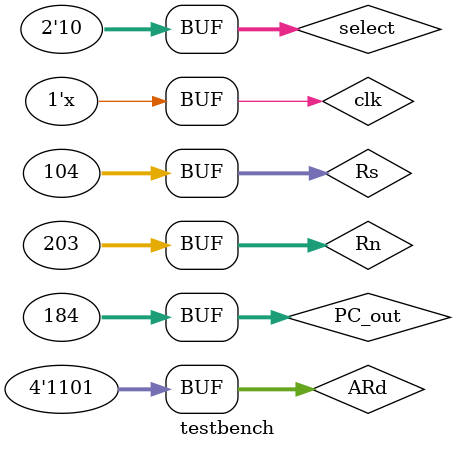
<source format=sv>
module testbench();

logic clk;
logic [31:0] Rn;
logic [31:0] Rs;
logic [31:0] PC_out;
logic [1:0] select;
logic [31:0] out [0:2];
logic [3:0] ARd;

src1mux src1mux_test(Rn, Rs, PC_out, select, out[0]);
X_mux X_mux_test(Rn, Rs, select, out[1]);
Y_mux Y_mux_test(ARd, select, out[2]);

always begin 
 #1 clk = ~clk;
end

initial begin
	clk = 0;
	Rn = 203;
	Rs = 104;
	PC_out = 184;
	select = 0;
	ARd = 13;
	
	#9 select = 1;
	#7 select = 2;

end

endmodule
</source>
